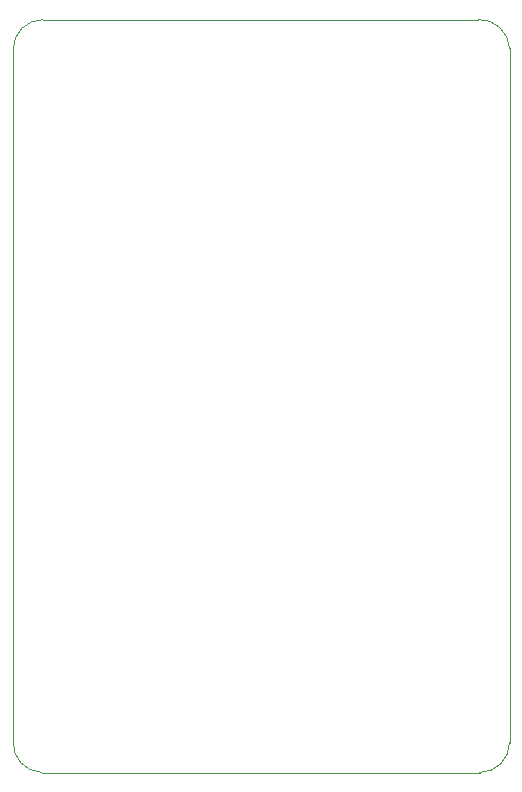
<source format=gbr>
G04 (created by PCBNEW (22-Jun-2014 BZR 4027)-stable) date Thu 10 Nov 2016 11:36:34 GMT*
%MOIN*%
G04 Gerber Fmt 3.4, Leading zero omitted, Abs format*
%FSLAX34Y34*%
G01*
G70*
G90*
G04 APERTURE LIST*
%ADD10C,0.00590551*%
%ADD11C,0.00393701*%
G04 APERTURE END LIST*
G54D10*
G54D11*
X110700Y-40700D02*
X110700Y-17650D01*
X127250Y-17600D02*
X127250Y-40750D01*
X126200Y-16650D02*
X111700Y-16650D01*
X111700Y-16650D02*
G75*
G03X110700Y-17650I0J-1000D01*
G74*
G01*
X127249Y-17599D02*
G75*
G03X126199Y-16650I-999J-50D01*
G74*
G01*
X126250Y-41750D02*
X111650Y-41750D01*
X126250Y-41750D02*
G75*
G03X127250Y-40750I0J1000D01*
G74*
G01*
X110700Y-40699D02*
G75*
G03X111649Y-41749I999J-50D01*
G74*
G01*
M02*

</source>
